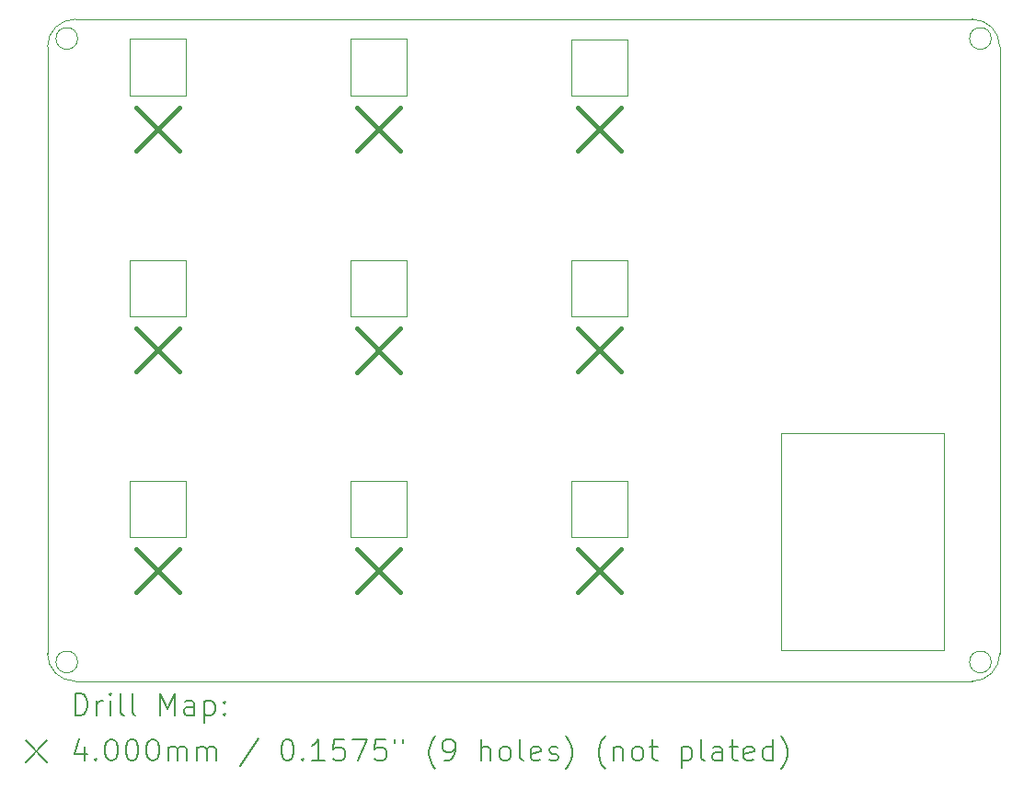
<source format=gbr>
%FSLAX45Y45*%
G04 Gerber Fmt 4.5, Leading zero omitted, Abs format (unit mm)*
G04 Created by KiCad (PCBNEW (6.0.5)) date 2022-06-17 09:42:27*
%MOMM*%
%LPD*%
G01*
G04 APERTURE LIST*
%TA.AperFunction,Profile*%
%ADD10C,0.050000*%
%TD*%
%ADD11C,0.200000*%
%ADD12C,0.400000*%
G04 APERTURE END LIST*
D10*
X4324154Y-10356775D02*
X3805994Y-10356775D01*
X3805994Y-10356775D02*
X3805994Y-9835615D01*
X3805994Y-9835615D02*
X4324154Y-9835615D01*
X4324154Y-9835615D02*
X4324154Y-10356775D01*
X11557000Y-5588000D02*
X3302000Y-5588000D01*
X8387080Y-8323580D02*
X7868920Y-8323580D01*
X7868920Y-8323580D02*
X7868920Y-7805420D01*
X7868920Y-7805420D02*
X8387080Y-7805420D01*
X8387080Y-7805420D02*
X8387080Y-8323580D01*
X11733200Y-5765800D02*
G75*
G03*
X11733200Y-5765800I-100000J0D01*
G01*
X8387681Y-10356775D02*
X7869521Y-10356775D01*
X7869521Y-10356775D02*
X7869521Y-9836615D01*
X7869521Y-9836615D02*
X8387681Y-9836615D01*
X8387681Y-9836615D02*
X8387681Y-10356775D01*
X4324154Y-8325580D02*
X3805994Y-8325580D01*
X3805994Y-8325580D02*
X3805994Y-7805420D01*
X3805994Y-7805420D02*
X4324154Y-7805420D01*
X4324154Y-7805420D02*
X4324154Y-8325580D01*
X6355917Y-8325580D02*
X5837757Y-8325580D01*
X5837757Y-8325580D02*
X5837757Y-7805420D01*
X5837757Y-7805420D02*
X6355917Y-7805420D01*
X6355917Y-7805420D02*
X6355917Y-8325580D01*
X6355080Y-10357500D02*
X5836920Y-10357500D01*
X5836920Y-10357500D02*
X5836920Y-9837340D01*
X5836920Y-9837340D02*
X6355080Y-9837340D01*
X6355080Y-9837340D02*
X6355080Y-10357500D01*
X11733200Y-11506200D02*
G75*
G03*
X11733200Y-11506200I-100000J0D01*
G01*
X11811000Y-5842000D02*
X11811000Y-11430000D01*
X3048000Y-5842000D02*
X3048000Y-11430000D01*
X3048000Y-11430000D02*
G75*
G03*
X3302000Y-11684000I254000J0D01*
G01*
X4323080Y-6293580D02*
X3804920Y-6293580D01*
X3804920Y-6293580D02*
X3804920Y-5771420D01*
X3804920Y-5771420D02*
X4323080Y-5771420D01*
X4323080Y-5771420D02*
X4323080Y-6293580D01*
X3302000Y-11684000D02*
X11557000Y-11684000D01*
X8387080Y-6292580D02*
X7868920Y-6292580D01*
X7868920Y-6292580D02*
X7868920Y-5773420D01*
X7868920Y-5773420D02*
X8387080Y-5773420D01*
X8387080Y-5773420D02*
X8387080Y-6292580D01*
X3325800Y-5765800D02*
G75*
G03*
X3325800Y-5765800I-100000J0D01*
G01*
X3302000Y-5588000D02*
G75*
G03*
X3048000Y-5842000I0J-254000D01*
G01*
X11811000Y-5842000D02*
G75*
G03*
X11557000Y-5588000I-254000J0D01*
G01*
X6355080Y-6293580D02*
X5836920Y-6293580D01*
X5836920Y-6293580D02*
X5836920Y-5771420D01*
X5836920Y-5771420D02*
X6355080Y-5771420D01*
X6355080Y-5771420D02*
X6355080Y-6293580D01*
X9800000Y-9400000D02*
X11300000Y-9400000D01*
X11300000Y-9400000D02*
X11300000Y-11400000D01*
X11300000Y-11400000D02*
X9800000Y-11400000D01*
X9800000Y-11400000D02*
X9800000Y-9400000D01*
X11557000Y-11684000D02*
G75*
G03*
X11811000Y-11430000I0J254000D01*
G01*
X3325800Y-11506200D02*
G75*
G03*
X3325800Y-11506200I-100000J0D01*
G01*
D11*
D12*
X3864000Y-6404000D02*
X4264000Y-6804000D01*
X4264000Y-6404000D02*
X3864000Y-6804000D01*
X3864000Y-8436000D02*
X4264000Y-8836000D01*
X4264000Y-8436000D02*
X3864000Y-8836000D01*
X3864000Y-10468000D02*
X4264000Y-10868000D01*
X4264000Y-10468000D02*
X3864000Y-10868000D01*
X5896000Y-6404000D02*
X6296000Y-6804000D01*
X6296000Y-6404000D02*
X5896000Y-6804000D01*
X5896000Y-10468000D02*
X6296000Y-10868000D01*
X6296000Y-10468000D02*
X5896000Y-10868000D01*
X5897922Y-8436961D02*
X6297922Y-8836961D01*
X6297922Y-8436961D02*
X5897922Y-8836961D01*
X7928000Y-6404000D02*
X8328000Y-6804000D01*
X8328000Y-6404000D02*
X7928000Y-6804000D01*
X7928000Y-8436000D02*
X8328000Y-8836000D01*
X8328000Y-8436000D02*
X7928000Y-8836000D01*
X7928000Y-10468000D02*
X8328000Y-10868000D01*
X8328000Y-10468000D02*
X7928000Y-10868000D01*
D11*
X3303119Y-11996976D02*
X3303119Y-11796976D01*
X3350738Y-11796976D01*
X3379309Y-11806500D01*
X3398357Y-11825548D01*
X3407881Y-11844595D01*
X3417405Y-11882690D01*
X3417405Y-11911262D01*
X3407881Y-11949357D01*
X3398357Y-11968405D01*
X3379309Y-11987452D01*
X3350738Y-11996976D01*
X3303119Y-11996976D01*
X3503119Y-11996976D02*
X3503119Y-11863643D01*
X3503119Y-11901738D02*
X3512643Y-11882690D01*
X3522167Y-11873167D01*
X3541214Y-11863643D01*
X3560262Y-11863643D01*
X3626928Y-11996976D02*
X3626928Y-11863643D01*
X3626928Y-11796976D02*
X3617405Y-11806500D01*
X3626928Y-11816024D01*
X3636452Y-11806500D01*
X3626928Y-11796976D01*
X3626928Y-11816024D01*
X3750738Y-11996976D02*
X3731690Y-11987452D01*
X3722167Y-11968405D01*
X3722167Y-11796976D01*
X3855500Y-11996976D02*
X3836452Y-11987452D01*
X3826928Y-11968405D01*
X3826928Y-11796976D01*
X4084071Y-11996976D02*
X4084071Y-11796976D01*
X4150738Y-11939833D01*
X4217405Y-11796976D01*
X4217405Y-11996976D01*
X4398357Y-11996976D02*
X4398357Y-11892214D01*
X4388833Y-11873167D01*
X4369786Y-11863643D01*
X4331690Y-11863643D01*
X4312643Y-11873167D01*
X4398357Y-11987452D02*
X4379310Y-11996976D01*
X4331690Y-11996976D01*
X4312643Y-11987452D01*
X4303119Y-11968405D01*
X4303119Y-11949357D01*
X4312643Y-11930309D01*
X4331690Y-11920786D01*
X4379310Y-11920786D01*
X4398357Y-11911262D01*
X4493595Y-11863643D02*
X4493595Y-12063643D01*
X4493595Y-11873167D02*
X4512643Y-11863643D01*
X4550738Y-11863643D01*
X4569786Y-11873167D01*
X4579310Y-11882690D01*
X4588833Y-11901738D01*
X4588833Y-11958881D01*
X4579310Y-11977928D01*
X4569786Y-11987452D01*
X4550738Y-11996976D01*
X4512643Y-11996976D01*
X4493595Y-11987452D01*
X4674548Y-11977928D02*
X4684071Y-11987452D01*
X4674548Y-11996976D01*
X4665024Y-11987452D01*
X4674548Y-11977928D01*
X4674548Y-11996976D01*
X4674548Y-11873167D02*
X4684071Y-11882690D01*
X4674548Y-11892214D01*
X4665024Y-11882690D01*
X4674548Y-11873167D01*
X4674548Y-11892214D01*
X2845500Y-12226500D02*
X3045500Y-12426500D01*
X3045500Y-12226500D02*
X2845500Y-12426500D01*
X3388833Y-12283643D02*
X3388833Y-12416976D01*
X3341214Y-12207452D02*
X3293595Y-12350309D01*
X3417405Y-12350309D01*
X3493595Y-12397928D02*
X3503119Y-12407452D01*
X3493595Y-12416976D01*
X3484071Y-12407452D01*
X3493595Y-12397928D01*
X3493595Y-12416976D01*
X3626928Y-12216976D02*
X3645976Y-12216976D01*
X3665024Y-12226500D01*
X3674548Y-12236024D01*
X3684071Y-12255071D01*
X3693595Y-12293167D01*
X3693595Y-12340786D01*
X3684071Y-12378881D01*
X3674548Y-12397928D01*
X3665024Y-12407452D01*
X3645976Y-12416976D01*
X3626928Y-12416976D01*
X3607881Y-12407452D01*
X3598357Y-12397928D01*
X3588833Y-12378881D01*
X3579309Y-12340786D01*
X3579309Y-12293167D01*
X3588833Y-12255071D01*
X3598357Y-12236024D01*
X3607881Y-12226500D01*
X3626928Y-12216976D01*
X3817405Y-12216976D02*
X3836452Y-12216976D01*
X3855500Y-12226500D01*
X3865024Y-12236024D01*
X3874548Y-12255071D01*
X3884071Y-12293167D01*
X3884071Y-12340786D01*
X3874548Y-12378881D01*
X3865024Y-12397928D01*
X3855500Y-12407452D01*
X3836452Y-12416976D01*
X3817405Y-12416976D01*
X3798357Y-12407452D01*
X3788833Y-12397928D01*
X3779309Y-12378881D01*
X3769786Y-12340786D01*
X3769786Y-12293167D01*
X3779309Y-12255071D01*
X3788833Y-12236024D01*
X3798357Y-12226500D01*
X3817405Y-12216976D01*
X4007881Y-12216976D02*
X4026928Y-12216976D01*
X4045976Y-12226500D01*
X4055500Y-12236024D01*
X4065024Y-12255071D01*
X4074548Y-12293167D01*
X4074548Y-12340786D01*
X4065024Y-12378881D01*
X4055500Y-12397928D01*
X4045976Y-12407452D01*
X4026928Y-12416976D01*
X4007881Y-12416976D01*
X3988833Y-12407452D01*
X3979309Y-12397928D01*
X3969786Y-12378881D01*
X3960262Y-12340786D01*
X3960262Y-12293167D01*
X3969786Y-12255071D01*
X3979309Y-12236024D01*
X3988833Y-12226500D01*
X4007881Y-12216976D01*
X4160262Y-12416976D02*
X4160262Y-12283643D01*
X4160262Y-12302690D02*
X4169786Y-12293167D01*
X4188833Y-12283643D01*
X4217405Y-12283643D01*
X4236452Y-12293167D01*
X4245976Y-12312214D01*
X4245976Y-12416976D01*
X4245976Y-12312214D02*
X4255500Y-12293167D01*
X4274548Y-12283643D01*
X4303119Y-12283643D01*
X4322167Y-12293167D01*
X4331690Y-12312214D01*
X4331690Y-12416976D01*
X4426929Y-12416976D02*
X4426929Y-12283643D01*
X4426929Y-12302690D02*
X4436452Y-12293167D01*
X4455500Y-12283643D01*
X4484071Y-12283643D01*
X4503119Y-12293167D01*
X4512643Y-12312214D01*
X4512643Y-12416976D01*
X4512643Y-12312214D02*
X4522167Y-12293167D01*
X4541214Y-12283643D01*
X4569786Y-12283643D01*
X4588833Y-12293167D01*
X4598357Y-12312214D01*
X4598357Y-12416976D01*
X4988833Y-12207452D02*
X4817405Y-12464595D01*
X5245976Y-12216976D02*
X5265024Y-12216976D01*
X5284071Y-12226500D01*
X5293595Y-12236024D01*
X5303119Y-12255071D01*
X5312643Y-12293167D01*
X5312643Y-12340786D01*
X5303119Y-12378881D01*
X5293595Y-12397928D01*
X5284071Y-12407452D01*
X5265024Y-12416976D01*
X5245976Y-12416976D01*
X5226929Y-12407452D01*
X5217405Y-12397928D01*
X5207881Y-12378881D01*
X5198357Y-12340786D01*
X5198357Y-12293167D01*
X5207881Y-12255071D01*
X5217405Y-12236024D01*
X5226929Y-12226500D01*
X5245976Y-12216976D01*
X5398357Y-12397928D02*
X5407881Y-12407452D01*
X5398357Y-12416976D01*
X5388833Y-12407452D01*
X5398357Y-12397928D01*
X5398357Y-12416976D01*
X5598357Y-12416976D02*
X5484071Y-12416976D01*
X5541214Y-12416976D02*
X5541214Y-12216976D01*
X5522167Y-12245548D01*
X5503119Y-12264595D01*
X5484071Y-12274119D01*
X5779309Y-12216976D02*
X5684071Y-12216976D01*
X5674548Y-12312214D01*
X5684071Y-12302690D01*
X5703119Y-12293167D01*
X5750738Y-12293167D01*
X5769786Y-12302690D01*
X5779309Y-12312214D01*
X5788833Y-12331262D01*
X5788833Y-12378881D01*
X5779309Y-12397928D01*
X5769786Y-12407452D01*
X5750738Y-12416976D01*
X5703119Y-12416976D01*
X5684071Y-12407452D01*
X5674548Y-12397928D01*
X5855500Y-12216976D02*
X5988833Y-12216976D01*
X5903119Y-12416976D01*
X6160262Y-12216976D02*
X6065024Y-12216976D01*
X6055500Y-12312214D01*
X6065024Y-12302690D01*
X6084071Y-12293167D01*
X6131690Y-12293167D01*
X6150738Y-12302690D01*
X6160262Y-12312214D01*
X6169786Y-12331262D01*
X6169786Y-12378881D01*
X6160262Y-12397928D01*
X6150738Y-12407452D01*
X6131690Y-12416976D01*
X6084071Y-12416976D01*
X6065024Y-12407452D01*
X6055500Y-12397928D01*
X6245976Y-12216976D02*
X6245976Y-12255071D01*
X6322167Y-12216976D02*
X6322167Y-12255071D01*
X6617405Y-12493167D02*
X6607881Y-12483643D01*
X6588833Y-12455071D01*
X6579309Y-12436024D01*
X6569786Y-12407452D01*
X6560262Y-12359833D01*
X6560262Y-12321738D01*
X6569786Y-12274119D01*
X6579309Y-12245548D01*
X6588833Y-12226500D01*
X6607881Y-12197928D01*
X6617405Y-12188405D01*
X6703119Y-12416976D02*
X6741214Y-12416976D01*
X6760262Y-12407452D01*
X6769786Y-12397928D01*
X6788833Y-12369357D01*
X6798357Y-12331262D01*
X6798357Y-12255071D01*
X6788833Y-12236024D01*
X6779309Y-12226500D01*
X6760262Y-12216976D01*
X6722167Y-12216976D01*
X6703119Y-12226500D01*
X6693595Y-12236024D01*
X6684071Y-12255071D01*
X6684071Y-12302690D01*
X6693595Y-12321738D01*
X6703119Y-12331262D01*
X6722167Y-12340786D01*
X6760262Y-12340786D01*
X6779309Y-12331262D01*
X6788833Y-12321738D01*
X6798357Y-12302690D01*
X7036452Y-12416976D02*
X7036452Y-12216976D01*
X7122167Y-12416976D02*
X7122167Y-12312214D01*
X7112643Y-12293167D01*
X7093595Y-12283643D01*
X7065024Y-12283643D01*
X7045976Y-12293167D01*
X7036452Y-12302690D01*
X7245976Y-12416976D02*
X7226928Y-12407452D01*
X7217405Y-12397928D01*
X7207881Y-12378881D01*
X7207881Y-12321738D01*
X7217405Y-12302690D01*
X7226928Y-12293167D01*
X7245976Y-12283643D01*
X7274548Y-12283643D01*
X7293595Y-12293167D01*
X7303119Y-12302690D01*
X7312643Y-12321738D01*
X7312643Y-12378881D01*
X7303119Y-12397928D01*
X7293595Y-12407452D01*
X7274548Y-12416976D01*
X7245976Y-12416976D01*
X7426928Y-12416976D02*
X7407881Y-12407452D01*
X7398357Y-12388405D01*
X7398357Y-12216976D01*
X7579309Y-12407452D02*
X7560262Y-12416976D01*
X7522167Y-12416976D01*
X7503119Y-12407452D01*
X7493595Y-12388405D01*
X7493595Y-12312214D01*
X7503119Y-12293167D01*
X7522167Y-12283643D01*
X7560262Y-12283643D01*
X7579309Y-12293167D01*
X7588833Y-12312214D01*
X7588833Y-12331262D01*
X7493595Y-12350309D01*
X7665024Y-12407452D02*
X7684071Y-12416976D01*
X7722167Y-12416976D01*
X7741214Y-12407452D01*
X7750738Y-12388405D01*
X7750738Y-12378881D01*
X7741214Y-12359833D01*
X7722167Y-12350309D01*
X7693595Y-12350309D01*
X7674548Y-12340786D01*
X7665024Y-12321738D01*
X7665024Y-12312214D01*
X7674548Y-12293167D01*
X7693595Y-12283643D01*
X7722167Y-12283643D01*
X7741214Y-12293167D01*
X7817405Y-12493167D02*
X7826928Y-12483643D01*
X7845976Y-12455071D01*
X7855500Y-12436024D01*
X7865024Y-12407452D01*
X7874548Y-12359833D01*
X7874548Y-12321738D01*
X7865024Y-12274119D01*
X7855500Y-12245548D01*
X7845976Y-12226500D01*
X7826928Y-12197928D01*
X7817405Y-12188405D01*
X8179309Y-12493167D02*
X8169786Y-12483643D01*
X8150738Y-12455071D01*
X8141214Y-12436024D01*
X8131690Y-12407452D01*
X8122167Y-12359833D01*
X8122167Y-12321738D01*
X8131690Y-12274119D01*
X8141214Y-12245548D01*
X8150738Y-12226500D01*
X8169786Y-12197928D01*
X8179309Y-12188405D01*
X8255500Y-12283643D02*
X8255500Y-12416976D01*
X8255500Y-12302690D02*
X8265024Y-12293167D01*
X8284071Y-12283643D01*
X8312643Y-12283643D01*
X8331690Y-12293167D01*
X8341214Y-12312214D01*
X8341214Y-12416976D01*
X8465024Y-12416976D02*
X8445976Y-12407452D01*
X8436452Y-12397928D01*
X8426929Y-12378881D01*
X8426929Y-12321738D01*
X8436452Y-12302690D01*
X8445976Y-12293167D01*
X8465024Y-12283643D01*
X8493595Y-12283643D01*
X8512643Y-12293167D01*
X8522167Y-12302690D01*
X8531690Y-12321738D01*
X8531690Y-12378881D01*
X8522167Y-12397928D01*
X8512643Y-12407452D01*
X8493595Y-12416976D01*
X8465024Y-12416976D01*
X8588833Y-12283643D02*
X8665024Y-12283643D01*
X8617405Y-12216976D02*
X8617405Y-12388405D01*
X8626929Y-12407452D01*
X8645976Y-12416976D01*
X8665024Y-12416976D01*
X8884071Y-12283643D02*
X8884071Y-12483643D01*
X8884071Y-12293167D02*
X8903119Y-12283643D01*
X8941214Y-12283643D01*
X8960262Y-12293167D01*
X8969786Y-12302690D01*
X8979310Y-12321738D01*
X8979310Y-12378881D01*
X8969786Y-12397928D01*
X8960262Y-12407452D01*
X8941214Y-12416976D01*
X8903119Y-12416976D01*
X8884071Y-12407452D01*
X9093595Y-12416976D02*
X9074548Y-12407452D01*
X9065024Y-12388405D01*
X9065024Y-12216976D01*
X9255500Y-12416976D02*
X9255500Y-12312214D01*
X9245976Y-12293167D01*
X9226929Y-12283643D01*
X9188833Y-12283643D01*
X9169786Y-12293167D01*
X9255500Y-12407452D02*
X9236452Y-12416976D01*
X9188833Y-12416976D01*
X9169786Y-12407452D01*
X9160262Y-12388405D01*
X9160262Y-12369357D01*
X9169786Y-12350309D01*
X9188833Y-12340786D01*
X9236452Y-12340786D01*
X9255500Y-12331262D01*
X9322167Y-12283643D02*
X9398357Y-12283643D01*
X9350738Y-12216976D02*
X9350738Y-12388405D01*
X9360262Y-12407452D01*
X9379310Y-12416976D01*
X9398357Y-12416976D01*
X9541214Y-12407452D02*
X9522167Y-12416976D01*
X9484071Y-12416976D01*
X9465024Y-12407452D01*
X9455500Y-12388405D01*
X9455500Y-12312214D01*
X9465024Y-12293167D01*
X9484071Y-12283643D01*
X9522167Y-12283643D01*
X9541214Y-12293167D01*
X9550738Y-12312214D01*
X9550738Y-12331262D01*
X9455500Y-12350309D01*
X9722167Y-12416976D02*
X9722167Y-12216976D01*
X9722167Y-12407452D02*
X9703119Y-12416976D01*
X9665024Y-12416976D01*
X9645976Y-12407452D01*
X9636452Y-12397928D01*
X9626929Y-12378881D01*
X9626929Y-12321738D01*
X9636452Y-12302690D01*
X9645976Y-12293167D01*
X9665024Y-12283643D01*
X9703119Y-12283643D01*
X9722167Y-12293167D01*
X9798357Y-12493167D02*
X9807881Y-12483643D01*
X9826929Y-12455071D01*
X9836452Y-12436024D01*
X9845976Y-12407452D01*
X9855500Y-12359833D01*
X9855500Y-12321738D01*
X9845976Y-12274119D01*
X9836452Y-12245548D01*
X9826929Y-12226500D01*
X9807881Y-12197928D01*
X9798357Y-12188405D01*
M02*

</source>
